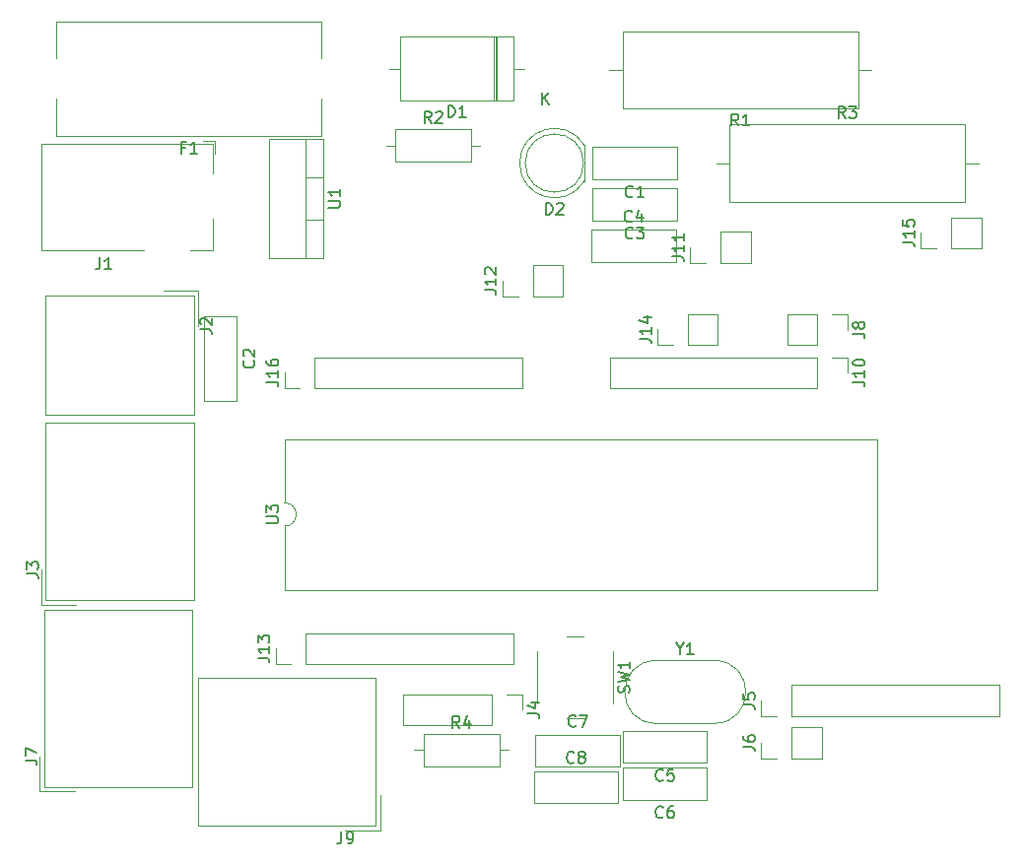
<source format=gto>
G04 #@! TF.GenerationSoftware,KiCad,Pcbnew,(5.1.5)-3*
G04 #@! TF.CreationDate,2020-06-25T00:50:39+02:00*
G04 #@! TF.ProjectId,Distr_PCB,44697374-725f-4504-9342-2e6b69636164,rev?*
G04 #@! TF.SameCoordinates,Original*
G04 #@! TF.FileFunction,Legend,Top*
G04 #@! TF.FilePolarity,Positive*
%FSLAX46Y46*%
G04 Gerber Fmt 4.6, Leading zero omitted, Abs format (unit mm)*
G04 Created by KiCad (PCBNEW (5.1.5)-3) date 2020-06-25 00:50:39*
%MOMM*%
%LPD*%
G04 APERTURE LIST*
%ADD10C,0.120000*%
%ADD11C,0.150000*%
G04 APERTURE END LIST*
D10*
X121535000Y-53995000D02*
X121535000Y-57155000D01*
X121535000Y-60655000D02*
X121535000Y-63815000D01*
X144255000Y-60655000D02*
X144255000Y-63815000D01*
X144255000Y-63815000D02*
X121535000Y-63815000D01*
X144255000Y-53995000D02*
X121535000Y-53995000D01*
X144255000Y-53995000D02*
X144255000Y-57155000D01*
X148965000Y-123125000D02*
X148965000Y-110385000D01*
X148965000Y-110385000D02*
X133725000Y-110385000D01*
X133725000Y-123125000D02*
X133725000Y-110385000D01*
X148965000Y-123125000D02*
X133725000Y-123125000D01*
X148965000Y-123125000D02*
X148965000Y-110385000D01*
X148965000Y-110385000D02*
X133725000Y-110385000D01*
X133725000Y-123125000D02*
X133725000Y-110385000D01*
X148965000Y-123125000D02*
X133725000Y-123125000D01*
X149345000Y-123505000D02*
X146345000Y-123505000D01*
X149345000Y-120505000D02*
X149345000Y-123505000D01*
X159840000Y-77610000D02*
X159840000Y-76280000D01*
X161170000Y-77610000D02*
X159840000Y-77610000D01*
X162440000Y-77610000D02*
X162440000Y-74950000D01*
X162440000Y-74950000D02*
X165040000Y-74950000D01*
X162440000Y-77610000D02*
X165040000Y-77610000D01*
X165040000Y-77610000D02*
X165040000Y-74950000D01*
X174822000Y-67550000D02*
X167582000Y-67550000D01*
X174822000Y-64810000D02*
X167582000Y-64810000D01*
X174822000Y-67550000D02*
X174822000Y-64810000D01*
X167582000Y-67550000D02*
X167582000Y-64810000D01*
X136972000Y-86604000D02*
X134232000Y-86604000D01*
X136972000Y-79364000D02*
X134232000Y-79364000D01*
X134232000Y-79364000D02*
X134232000Y-86604000D01*
X136972000Y-79364000D02*
X136972000Y-86604000D01*
X160792000Y-60772000D02*
X160792000Y-55332000D01*
X160792000Y-55332000D02*
X151052000Y-55332000D01*
X151052000Y-55332000D02*
X151052000Y-60772000D01*
X151052000Y-60772000D02*
X160792000Y-60772000D01*
X161702000Y-58052000D02*
X160792000Y-58052000D01*
X150142000Y-58052000D02*
X151052000Y-58052000D01*
X159247000Y-60772000D02*
X159247000Y-55332000D01*
X159127000Y-60772000D02*
X159127000Y-55332000D01*
X159367000Y-60772000D02*
X159367000Y-55332000D01*
X161314000Y-66179538D02*
G75*
G03X166864000Y-67724830I2990000J-462D01*
G01*
X161314000Y-66180462D02*
G75*
G02X166864000Y-64635170I2990000J462D01*
G01*
X166804000Y-66180000D02*
G75*
G03X166804000Y-66180000I-2500000J0D01*
G01*
X166864000Y-67725000D02*
X166864000Y-64635000D01*
X135130000Y-65350000D02*
X135130000Y-64300000D01*
X134080000Y-64300000D02*
X135130000Y-64300000D01*
X129030000Y-73700000D02*
X120230000Y-73700000D01*
X120230000Y-73700000D02*
X120230000Y-64500000D01*
X134930000Y-71000000D02*
X134930000Y-73700000D01*
X134930000Y-73700000D02*
X133030000Y-73700000D01*
X120230000Y-64500000D02*
X134930000Y-64500000D01*
X134930000Y-64500000D02*
X134930000Y-67100000D01*
X130720000Y-77150000D02*
X133720000Y-77150000D01*
X133720000Y-77150000D02*
X133720000Y-80150000D01*
X133340000Y-77530000D02*
X133340000Y-87770000D01*
X133340000Y-87770000D02*
X120600000Y-87770000D01*
X120600000Y-77530000D02*
X120600000Y-87770000D01*
X133340000Y-77530000D02*
X120600000Y-77530000D01*
X133340000Y-77530000D02*
X133340000Y-87770000D01*
X133340000Y-87770000D02*
X120600000Y-87770000D01*
X120600000Y-77530000D02*
X120600000Y-87770000D01*
X133340000Y-77530000D02*
X120600000Y-77530000D01*
X190390000Y-61500000D02*
X190390000Y-54860000D01*
X190390000Y-54860000D02*
X170150000Y-54860000D01*
X170150000Y-54860000D02*
X170150000Y-61500000D01*
X170150000Y-61500000D02*
X190390000Y-61500000D01*
X191530000Y-58180000D02*
X190390000Y-58180000D01*
X169010000Y-58180000D02*
X170150000Y-58180000D01*
X150620000Y-63286000D02*
X150620000Y-66026000D01*
X150620000Y-66026000D02*
X157160000Y-66026000D01*
X157160000Y-66026000D02*
X157160000Y-63286000D01*
X157160000Y-63286000D02*
X150620000Y-63286000D01*
X149850000Y-64656000D02*
X150620000Y-64656000D01*
X157930000Y-64656000D02*
X157160000Y-64656000D01*
X144460000Y-64108000D02*
X144460000Y-74348000D01*
X139819000Y-64108000D02*
X139819000Y-74348000D01*
X144460000Y-64108000D02*
X139819000Y-64108000D01*
X144460000Y-74348000D02*
X139819000Y-74348000D01*
X142950000Y-64108000D02*
X142950000Y-74348000D01*
X144460000Y-67378000D02*
X142950000Y-67378000D01*
X144460000Y-71079000D02*
X142950000Y-71079000D01*
X174822000Y-71106000D02*
X167582000Y-71106000D01*
X174822000Y-68366000D02*
X167582000Y-68366000D01*
X174822000Y-71106000D02*
X174822000Y-68366000D01*
X167582000Y-71106000D02*
X167582000Y-68366000D01*
X174742000Y-71922000D02*
X174742000Y-74662000D01*
X167502000Y-71922000D02*
X167502000Y-74662000D01*
X167502000Y-74662000D02*
X174742000Y-74662000D01*
X167502000Y-71922000D02*
X174742000Y-71922000D01*
X179330000Y-62860000D02*
X179330000Y-69500000D01*
X179330000Y-69500000D02*
X199570000Y-69500000D01*
X199570000Y-69500000D02*
X199570000Y-62860000D01*
X199570000Y-62860000D02*
X179330000Y-62860000D01*
X178190000Y-66180000D02*
X179330000Y-66180000D01*
X200710000Y-66180000D02*
X199570000Y-66180000D01*
X177415000Y-117700000D02*
X170175000Y-117700000D01*
X177415000Y-114960000D02*
X170175000Y-114960000D01*
X177415000Y-117700000D02*
X177415000Y-114960000D01*
X170175000Y-117700000D02*
X170175000Y-114960000D01*
X170175000Y-120875000D02*
X170175000Y-118135000D01*
X177415000Y-120875000D02*
X177415000Y-118135000D01*
X177415000Y-118135000D02*
X170175000Y-118135000D01*
X177415000Y-120875000D02*
X170175000Y-120875000D01*
X169915000Y-115285000D02*
X169915000Y-118025000D01*
X162675000Y-115285000D02*
X162675000Y-118025000D01*
X162675000Y-118025000D02*
X169915000Y-118025000D01*
X162675000Y-115285000D02*
X169915000Y-115285000D01*
X162525000Y-118435000D02*
X169765000Y-118435000D01*
X162525000Y-121175000D02*
X169765000Y-121175000D01*
X162525000Y-118435000D02*
X162525000Y-121175000D01*
X169765000Y-118435000D02*
X169765000Y-121175000D01*
X120600000Y-103750000D02*
X133340000Y-103750000D01*
X133340000Y-103750000D02*
X133340000Y-88510000D01*
X120600000Y-88510000D02*
X133340000Y-88510000D01*
X120600000Y-103750000D02*
X120600000Y-88510000D01*
X120600000Y-103750000D02*
X133340000Y-103750000D01*
X133340000Y-103750000D02*
X133340000Y-88510000D01*
X120600000Y-88510000D02*
X133340000Y-88510000D01*
X120600000Y-103750000D02*
X120600000Y-88510000D01*
X120220000Y-104130000D02*
X120220000Y-101130000D01*
X123220000Y-104130000D02*
X120220000Y-104130000D01*
X161561000Y-111814000D02*
X161561000Y-113144000D01*
X160231000Y-111814000D02*
X161561000Y-111814000D01*
X158961000Y-111814000D02*
X158961000Y-114474000D01*
X158961000Y-114474000D02*
X151281000Y-114474000D01*
X158961000Y-111814000D02*
X151281000Y-111814000D01*
X151281000Y-111814000D02*
X151281000Y-114474000D01*
X202505000Y-113710000D02*
X202505000Y-111050000D01*
X184665000Y-113710000D02*
X202505000Y-113710000D01*
X184665000Y-111050000D02*
X202505000Y-111050000D01*
X184665000Y-113710000D02*
X184665000Y-111050000D01*
X183395000Y-113710000D02*
X182065000Y-113710000D01*
X182065000Y-113710000D02*
X182065000Y-112380000D01*
X187265000Y-117335000D02*
X187265000Y-114675000D01*
X184665000Y-117335000D02*
X187265000Y-117335000D01*
X184665000Y-114675000D02*
X187265000Y-114675000D01*
X184665000Y-117335000D02*
X184665000Y-114675000D01*
X183395000Y-117335000D02*
X182065000Y-117335000D01*
X182065000Y-117335000D02*
X182065000Y-116005000D01*
X123095000Y-120155000D02*
X120095000Y-120155000D01*
X120095000Y-120155000D02*
X120095000Y-117155000D01*
X120475000Y-119775000D02*
X120475000Y-104535000D01*
X120475000Y-104535000D02*
X133215000Y-104535000D01*
X133215000Y-119775000D02*
X133215000Y-104535000D01*
X120475000Y-119775000D02*
X133215000Y-119775000D01*
X120475000Y-119775000D02*
X120475000Y-104535000D01*
X120475000Y-104535000D02*
X133215000Y-104535000D01*
X133215000Y-119775000D02*
X133215000Y-104535000D01*
X120475000Y-119775000D02*
X133215000Y-119775000D01*
X189500000Y-79175000D02*
X189500000Y-80505000D01*
X188170000Y-79175000D02*
X189500000Y-79175000D01*
X186900000Y-79175000D02*
X186900000Y-81835000D01*
X186900000Y-81835000D02*
X184300000Y-81835000D01*
X186900000Y-79175000D02*
X184300000Y-79175000D01*
X184300000Y-79175000D02*
X184300000Y-81835000D01*
X189501000Y-82858000D02*
X189501000Y-84188000D01*
X188171000Y-82858000D02*
X189501000Y-82858000D01*
X186901000Y-82858000D02*
X186901000Y-85518000D01*
X186901000Y-85518000D02*
X169061000Y-85518000D01*
X186901000Y-82858000D02*
X169061000Y-82858000D01*
X169061000Y-82858000D02*
X169061000Y-85518000D01*
X181169000Y-74735000D02*
X181169000Y-72075000D01*
X178569000Y-74735000D02*
X181169000Y-74735000D01*
X178569000Y-72075000D02*
X181169000Y-72075000D01*
X178569000Y-74735000D02*
X178569000Y-72075000D01*
X177299000Y-74735000D02*
X175969000Y-74735000D01*
X175969000Y-74735000D02*
X175969000Y-73405000D01*
X160805000Y-109235000D02*
X160805000Y-106575000D01*
X142965000Y-109235000D02*
X160805000Y-109235000D01*
X142965000Y-106575000D02*
X160805000Y-106575000D01*
X142965000Y-109235000D02*
X142965000Y-106575000D01*
X141695000Y-109235000D02*
X140365000Y-109235000D01*
X140365000Y-109235000D02*
X140365000Y-107905000D01*
X178350000Y-81810000D02*
X178350000Y-79150000D01*
X175750000Y-81810000D02*
X178350000Y-81810000D01*
X175750000Y-79150000D02*
X178350000Y-79150000D01*
X175750000Y-81810000D02*
X175750000Y-79150000D01*
X174480000Y-81810000D02*
X173150000Y-81810000D01*
X173150000Y-81810000D02*
X173150000Y-80480000D01*
X195769000Y-73501000D02*
X195769000Y-72171000D01*
X197099000Y-73501000D02*
X195769000Y-73501000D01*
X198369000Y-73501000D02*
X198369000Y-70841000D01*
X198369000Y-70841000D02*
X200969000Y-70841000D01*
X198369000Y-73501000D02*
X200969000Y-73501000D01*
X200969000Y-73501000D02*
X200969000Y-70841000D01*
X141121000Y-85518000D02*
X141121000Y-84188000D01*
X142451000Y-85518000D02*
X141121000Y-85518000D01*
X143721000Y-85518000D02*
X143721000Y-82858000D01*
X143721000Y-82858000D02*
X161561000Y-82858000D01*
X143721000Y-85518000D02*
X161561000Y-85518000D01*
X161561000Y-85518000D02*
X161561000Y-82858000D01*
X160355000Y-116630000D02*
X159585000Y-116630000D01*
X152275000Y-116630000D02*
X153045000Y-116630000D01*
X159585000Y-115260000D02*
X153045000Y-115260000D01*
X159585000Y-118000000D02*
X159585000Y-115260000D01*
X153045000Y-118000000D02*
X159585000Y-118000000D01*
X153045000Y-115260000D02*
X153045000Y-118000000D01*
X165320000Y-113855000D02*
X166820000Y-113855000D01*
X169320000Y-112605000D02*
X169320000Y-108105000D01*
X166820000Y-106855000D02*
X165320000Y-106855000D01*
X162820000Y-108105000D02*
X162820000Y-112605000D01*
X141121000Y-89920000D02*
X141121000Y-95380000D01*
X192041000Y-89920000D02*
X141121000Y-89920000D01*
X192041000Y-102840000D02*
X192041000Y-89920000D01*
X141121000Y-102840000D02*
X192041000Y-102840000D01*
X141121000Y-97380000D02*
X141121000Y-102840000D01*
X141121000Y-95380000D02*
G75*
G02X141121000Y-97380000I0J-1000000D01*
G01*
X178045000Y-114330000D02*
G75*
G03X178045000Y-108930000I0J2700000D01*
G01*
X173045000Y-114330000D02*
G75*
G02X173045000Y-108930000I0J2700000D01*
G01*
X173045000Y-114330000D02*
X178045000Y-114330000D01*
X173045000Y-108930000D02*
X178045000Y-108930000D01*
D11*
X132561666Y-64833571D02*
X132228333Y-64833571D01*
X132228333Y-65357380D02*
X132228333Y-64357380D01*
X132704523Y-64357380D01*
X133609285Y-65357380D02*
X133037857Y-65357380D01*
X133323571Y-65357380D02*
X133323571Y-64357380D01*
X133228333Y-64500238D01*
X133133095Y-64595476D01*
X133037857Y-64643095D01*
X146011666Y-123657380D02*
X146011666Y-124371666D01*
X145964047Y-124514523D01*
X145868809Y-124609761D01*
X145725952Y-124657380D01*
X145630714Y-124657380D01*
X146535476Y-124657380D02*
X146725952Y-124657380D01*
X146821190Y-124609761D01*
X146868809Y-124562142D01*
X146964047Y-124419285D01*
X147011666Y-124228809D01*
X147011666Y-123847857D01*
X146964047Y-123752619D01*
X146916428Y-123705000D01*
X146821190Y-123657380D01*
X146630714Y-123657380D01*
X146535476Y-123705000D01*
X146487857Y-123752619D01*
X146440238Y-123847857D01*
X146440238Y-124085952D01*
X146487857Y-124181190D01*
X146535476Y-124228809D01*
X146630714Y-124276428D01*
X146821190Y-124276428D01*
X146916428Y-124228809D01*
X146964047Y-124181190D01*
X147011666Y-124085952D01*
X158292380Y-77089523D02*
X159006666Y-77089523D01*
X159149523Y-77137142D01*
X159244761Y-77232380D01*
X159292380Y-77375238D01*
X159292380Y-77470476D01*
X159292380Y-76089523D02*
X159292380Y-76660952D01*
X159292380Y-76375238D02*
X158292380Y-76375238D01*
X158435238Y-76470476D01*
X158530476Y-76565714D01*
X158578095Y-76660952D01*
X158387619Y-75708571D02*
X158340000Y-75660952D01*
X158292380Y-75565714D01*
X158292380Y-75327619D01*
X158340000Y-75232380D01*
X158387619Y-75184761D01*
X158482857Y-75137142D01*
X158578095Y-75137142D01*
X158720952Y-75184761D01*
X159292380Y-75756190D01*
X159292380Y-75137142D01*
X171035333Y-69037142D02*
X170987714Y-69084761D01*
X170844857Y-69132380D01*
X170749619Y-69132380D01*
X170606761Y-69084761D01*
X170511523Y-68989523D01*
X170463904Y-68894285D01*
X170416285Y-68703809D01*
X170416285Y-68560952D01*
X170463904Y-68370476D01*
X170511523Y-68275238D01*
X170606761Y-68180000D01*
X170749619Y-68132380D01*
X170844857Y-68132380D01*
X170987714Y-68180000D01*
X171035333Y-68227619D01*
X171987714Y-69132380D02*
X171416285Y-69132380D01*
X171702000Y-69132380D02*
X171702000Y-68132380D01*
X171606761Y-68275238D01*
X171511523Y-68370476D01*
X171416285Y-68418095D01*
X138459142Y-83150666D02*
X138506761Y-83198285D01*
X138554380Y-83341142D01*
X138554380Y-83436380D01*
X138506761Y-83579238D01*
X138411523Y-83674476D01*
X138316285Y-83722095D01*
X138125809Y-83769714D01*
X137982952Y-83769714D01*
X137792476Y-83722095D01*
X137697238Y-83674476D01*
X137602000Y-83579238D01*
X137554380Y-83436380D01*
X137554380Y-83341142D01*
X137602000Y-83198285D01*
X137649619Y-83150666D01*
X137649619Y-82769714D02*
X137602000Y-82722095D01*
X137554380Y-82626857D01*
X137554380Y-82388761D01*
X137602000Y-82293523D01*
X137649619Y-82245904D01*
X137744857Y-82198285D01*
X137840095Y-82198285D01*
X137982952Y-82245904D01*
X138554380Y-82817333D01*
X138554380Y-82198285D01*
X155183904Y-62224380D02*
X155183904Y-61224380D01*
X155422000Y-61224380D01*
X155564857Y-61272000D01*
X155660095Y-61367238D01*
X155707714Y-61462476D01*
X155755333Y-61652952D01*
X155755333Y-61795809D01*
X155707714Y-61986285D01*
X155660095Y-62081523D01*
X155564857Y-62176761D01*
X155422000Y-62224380D01*
X155183904Y-62224380D01*
X156707714Y-62224380D02*
X156136285Y-62224380D01*
X156422000Y-62224380D02*
X156422000Y-61224380D01*
X156326761Y-61367238D01*
X156231523Y-61462476D01*
X156136285Y-61510095D01*
X163280095Y-61104380D02*
X163280095Y-60104380D01*
X163851523Y-61104380D02*
X163422952Y-60532952D01*
X163851523Y-60104380D02*
X163280095Y-60675809D01*
X163565904Y-70592380D02*
X163565904Y-69592380D01*
X163804000Y-69592380D01*
X163946857Y-69640000D01*
X164042095Y-69735238D01*
X164089714Y-69830476D01*
X164137333Y-70020952D01*
X164137333Y-70163809D01*
X164089714Y-70354285D01*
X164042095Y-70449523D01*
X163946857Y-70544761D01*
X163804000Y-70592380D01*
X163565904Y-70592380D01*
X164518285Y-69687619D02*
X164565904Y-69640000D01*
X164661142Y-69592380D01*
X164899238Y-69592380D01*
X164994476Y-69640000D01*
X165042095Y-69687619D01*
X165089714Y-69782857D01*
X165089714Y-69878095D01*
X165042095Y-70020952D01*
X164470666Y-70592380D01*
X165089714Y-70592380D01*
X125246666Y-74302380D02*
X125246666Y-75016666D01*
X125199047Y-75159523D01*
X125103809Y-75254761D01*
X124960952Y-75302380D01*
X124865714Y-75302380D01*
X126246666Y-75302380D02*
X125675238Y-75302380D01*
X125960952Y-75302380D02*
X125960952Y-74302380D01*
X125865714Y-74445238D01*
X125770476Y-74540476D01*
X125675238Y-74588095D01*
X133872380Y-80483333D02*
X134586666Y-80483333D01*
X134729523Y-80530952D01*
X134824761Y-80626190D01*
X134872380Y-80769047D01*
X134872380Y-80864285D01*
X133967619Y-80054761D02*
X133920000Y-80007142D01*
X133872380Y-79911904D01*
X133872380Y-79673809D01*
X133920000Y-79578571D01*
X133967619Y-79530952D01*
X134062857Y-79483333D01*
X134158095Y-79483333D01*
X134300952Y-79530952D01*
X134872380Y-80102380D01*
X134872380Y-79483333D01*
X180103333Y-62952380D02*
X179770000Y-62476190D01*
X179531904Y-62952380D02*
X179531904Y-61952380D01*
X179912857Y-61952380D01*
X180008095Y-62000000D01*
X180055714Y-62047619D01*
X180103333Y-62142857D01*
X180103333Y-62285714D01*
X180055714Y-62380952D01*
X180008095Y-62428571D01*
X179912857Y-62476190D01*
X179531904Y-62476190D01*
X181055714Y-62952380D02*
X180484285Y-62952380D01*
X180770000Y-62952380D02*
X180770000Y-61952380D01*
X180674761Y-62095238D01*
X180579523Y-62190476D01*
X180484285Y-62238095D01*
X153723333Y-62738380D02*
X153390000Y-62262190D01*
X153151904Y-62738380D02*
X153151904Y-61738380D01*
X153532857Y-61738380D01*
X153628095Y-61786000D01*
X153675714Y-61833619D01*
X153723333Y-61928857D01*
X153723333Y-62071714D01*
X153675714Y-62166952D01*
X153628095Y-62214571D01*
X153532857Y-62262190D01*
X153151904Y-62262190D01*
X154104285Y-61833619D02*
X154151904Y-61786000D01*
X154247142Y-61738380D01*
X154485238Y-61738380D01*
X154580476Y-61786000D01*
X154628095Y-61833619D01*
X154675714Y-61928857D01*
X154675714Y-62024095D01*
X154628095Y-62166952D01*
X154056666Y-62738380D01*
X154675714Y-62738380D01*
X144912380Y-69989904D02*
X145721904Y-69989904D01*
X145817142Y-69942285D01*
X145864761Y-69894666D01*
X145912380Y-69799428D01*
X145912380Y-69608952D01*
X145864761Y-69513714D01*
X145817142Y-69466095D01*
X145721904Y-69418476D01*
X144912380Y-69418476D01*
X145912380Y-68418476D02*
X145912380Y-68989904D01*
X145912380Y-68704190D02*
X144912380Y-68704190D01*
X145055238Y-68799428D01*
X145150476Y-68894666D01*
X145198095Y-68989904D01*
X171035333Y-72593142D02*
X170987714Y-72640761D01*
X170844857Y-72688380D01*
X170749619Y-72688380D01*
X170606761Y-72640761D01*
X170511523Y-72545523D01*
X170463904Y-72450285D01*
X170416285Y-72259809D01*
X170416285Y-72116952D01*
X170463904Y-71926476D01*
X170511523Y-71831238D01*
X170606761Y-71736000D01*
X170749619Y-71688380D01*
X170844857Y-71688380D01*
X170987714Y-71736000D01*
X171035333Y-71783619D01*
X171368666Y-71688380D02*
X171987714Y-71688380D01*
X171654380Y-72069333D01*
X171797238Y-72069333D01*
X171892476Y-72116952D01*
X171940095Y-72164571D01*
X171987714Y-72259809D01*
X171987714Y-72497904D01*
X171940095Y-72593142D01*
X171892476Y-72640761D01*
X171797238Y-72688380D01*
X171511523Y-72688380D01*
X171416285Y-72640761D01*
X171368666Y-72593142D01*
X170955333Y-71149142D02*
X170907714Y-71196761D01*
X170764857Y-71244380D01*
X170669619Y-71244380D01*
X170526761Y-71196761D01*
X170431523Y-71101523D01*
X170383904Y-71006285D01*
X170336285Y-70815809D01*
X170336285Y-70672952D01*
X170383904Y-70482476D01*
X170431523Y-70387238D01*
X170526761Y-70292000D01*
X170669619Y-70244380D01*
X170764857Y-70244380D01*
X170907714Y-70292000D01*
X170955333Y-70339619D01*
X171812476Y-70577714D02*
X171812476Y-71244380D01*
X171574380Y-70196761D02*
X171336285Y-70911047D01*
X171955333Y-70911047D01*
X189283333Y-62312380D02*
X188950000Y-61836190D01*
X188711904Y-62312380D02*
X188711904Y-61312380D01*
X189092857Y-61312380D01*
X189188095Y-61360000D01*
X189235714Y-61407619D01*
X189283333Y-61502857D01*
X189283333Y-61645714D01*
X189235714Y-61740952D01*
X189188095Y-61788571D01*
X189092857Y-61836190D01*
X188711904Y-61836190D01*
X189616666Y-61312380D02*
X190235714Y-61312380D01*
X189902380Y-61693333D01*
X190045238Y-61693333D01*
X190140476Y-61740952D01*
X190188095Y-61788571D01*
X190235714Y-61883809D01*
X190235714Y-62121904D01*
X190188095Y-62217142D01*
X190140476Y-62264761D01*
X190045238Y-62312380D01*
X189759523Y-62312380D01*
X189664285Y-62264761D01*
X189616666Y-62217142D01*
X173628333Y-119187142D02*
X173580714Y-119234761D01*
X173437857Y-119282380D01*
X173342619Y-119282380D01*
X173199761Y-119234761D01*
X173104523Y-119139523D01*
X173056904Y-119044285D01*
X173009285Y-118853809D01*
X173009285Y-118710952D01*
X173056904Y-118520476D01*
X173104523Y-118425238D01*
X173199761Y-118330000D01*
X173342619Y-118282380D01*
X173437857Y-118282380D01*
X173580714Y-118330000D01*
X173628333Y-118377619D01*
X174533095Y-118282380D02*
X174056904Y-118282380D01*
X174009285Y-118758571D01*
X174056904Y-118710952D01*
X174152142Y-118663333D01*
X174390238Y-118663333D01*
X174485476Y-118710952D01*
X174533095Y-118758571D01*
X174580714Y-118853809D01*
X174580714Y-119091904D01*
X174533095Y-119187142D01*
X174485476Y-119234761D01*
X174390238Y-119282380D01*
X174152142Y-119282380D01*
X174056904Y-119234761D01*
X174009285Y-119187142D01*
X173628333Y-122362142D02*
X173580714Y-122409761D01*
X173437857Y-122457380D01*
X173342619Y-122457380D01*
X173199761Y-122409761D01*
X173104523Y-122314523D01*
X173056904Y-122219285D01*
X173009285Y-122028809D01*
X173009285Y-121885952D01*
X173056904Y-121695476D01*
X173104523Y-121600238D01*
X173199761Y-121505000D01*
X173342619Y-121457380D01*
X173437857Y-121457380D01*
X173580714Y-121505000D01*
X173628333Y-121552619D01*
X174485476Y-121457380D02*
X174295000Y-121457380D01*
X174199761Y-121505000D01*
X174152142Y-121552619D01*
X174056904Y-121695476D01*
X174009285Y-121885952D01*
X174009285Y-122266904D01*
X174056904Y-122362142D01*
X174104523Y-122409761D01*
X174199761Y-122457380D01*
X174390238Y-122457380D01*
X174485476Y-122409761D01*
X174533095Y-122362142D01*
X174580714Y-122266904D01*
X174580714Y-122028809D01*
X174533095Y-121933571D01*
X174485476Y-121885952D01*
X174390238Y-121838333D01*
X174199761Y-121838333D01*
X174104523Y-121885952D01*
X174056904Y-121933571D01*
X174009285Y-122028809D01*
X166128333Y-114512142D02*
X166080714Y-114559761D01*
X165937857Y-114607380D01*
X165842619Y-114607380D01*
X165699761Y-114559761D01*
X165604523Y-114464523D01*
X165556904Y-114369285D01*
X165509285Y-114178809D01*
X165509285Y-114035952D01*
X165556904Y-113845476D01*
X165604523Y-113750238D01*
X165699761Y-113655000D01*
X165842619Y-113607380D01*
X165937857Y-113607380D01*
X166080714Y-113655000D01*
X166128333Y-113702619D01*
X166461666Y-113607380D02*
X167128333Y-113607380D01*
X166699761Y-114607380D01*
X165978333Y-117662142D02*
X165930714Y-117709761D01*
X165787857Y-117757380D01*
X165692619Y-117757380D01*
X165549761Y-117709761D01*
X165454523Y-117614523D01*
X165406904Y-117519285D01*
X165359285Y-117328809D01*
X165359285Y-117185952D01*
X165406904Y-116995476D01*
X165454523Y-116900238D01*
X165549761Y-116805000D01*
X165692619Y-116757380D01*
X165787857Y-116757380D01*
X165930714Y-116805000D01*
X165978333Y-116852619D01*
X166549761Y-117185952D02*
X166454523Y-117138333D01*
X166406904Y-117090714D01*
X166359285Y-116995476D01*
X166359285Y-116947857D01*
X166406904Y-116852619D01*
X166454523Y-116805000D01*
X166549761Y-116757380D01*
X166740238Y-116757380D01*
X166835476Y-116805000D01*
X166883095Y-116852619D01*
X166930714Y-116947857D01*
X166930714Y-116995476D01*
X166883095Y-117090714D01*
X166835476Y-117138333D01*
X166740238Y-117185952D01*
X166549761Y-117185952D01*
X166454523Y-117233571D01*
X166406904Y-117281190D01*
X166359285Y-117376428D01*
X166359285Y-117566904D01*
X166406904Y-117662142D01*
X166454523Y-117709761D01*
X166549761Y-117757380D01*
X166740238Y-117757380D01*
X166835476Y-117709761D01*
X166883095Y-117662142D01*
X166930714Y-117566904D01*
X166930714Y-117376428D01*
X166883095Y-117281190D01*
X166835476Y-117233571D01*
X166740238Y-117185952D01*
X118972380Y-101463333D02*
X119686666Y-101463333D01*
X119829523Y-101510952D01*
X119924761Y-101606190D01*
X119972380Y-101749047D01*
X119972380Y-101844285D01*
X118972380Y-101082380D02*
X118972380Y-100463333D01*
X119353333Y-100796666D01*
X119353333Y-100653809D01*
X119400952Y-100558571D01*
X119448571Y-100510952D01*
X119543809Y-100463333D01*
X119781904Y-100463333D01*
X119877142Y-100510952D01*
X119924761Y-100558571D01*
X119972380Y-100653809D01*
X119972380Y-100939523D01*
X119924761Y-101034761D01*
X119877142Y-101082380D01*
X162013380Y-113477333D02*
X162727666Y-113477333D01*
X162870523Y-113524952D01*
X162965761Y-113620190D01*
X163013380Y-113763047D01*
X163013380Y-113858285D01*
X162346714Y-112572571D02*
X163013380Y-112572571D01*
X161965761Y-112810666D02*
X162680047Y-113048761D01*
X162680047Y-112429714D01*
X180517380Y-112713333D02*
X181231666Y-112713333D01*
X181374523Y-112760952D01*
X181469761Y-112856190D01*
X181517380Y-112999047D01*
X181517380Y-113094285D01*
X180517380Y-111760952D02*
X180517380Y-112237142D01*
X180993571Y-112284761D01*
X180945952Y-112237142D01*
X180898333Y-112141904D01*
X180898333Y-111903809D01*
X180945952Y-111808571D01*
X180993571Y-111760952D01*
X181088809Y-111713333D01*
X181326904Y-111713333D01*
X181422142Y-111760952D01*
X181469761Y-111808571D01*
X181517380Y-111903809D01*
X181517380Y-112141904D01*
X181469761Y-112237142D01*
X181422142Y-112284761D01*
X180517380Y-116338333D02*
X181231666Y-116338333D01*
X181374523Y-116385952D01*
X181469761Y-116481190D01*
X181517380Y-116624047D01*
X181517380Y-116719285D01*
X180517380Y-115433571D02*
X180517380Y-115624047D01*
X180565000Y-115719285D01*
X180612619Y-115766904D01*
X180755476Y-115862142D01*
X180945952Y-115909761D01*
X181326904Y-115909761D01*
X181422142Y-115862142D01*
X181469761Y-115814523D01*
X181517380Y-115719285D01*
X181517380Y-115528809D01*
X181469761Y-115433571D01*
X181422142Y-115385952D01*
X181326904Y-115338333D01*
X181088809Y-115338333D01*
X180993571Y-115385952D01*
X180945952Y-115433571D01*
X180898333Y-115528809D01*
X180898333Y-115719285D01*
X180945952Y-115814523D01*
X180993571Y-115862142D01*
X181088809Y-115909761D01*
X118847380Y-117488333D02*
X119561666Y-117488333D01*
X119704523Y-117535952D01*
X119799761Y-117631190D01*
X119847380Y-117774047D01*
X119847380Y-117869285D01*
X118847380Y-117107380D02*
X118847380Y-116440714D01*
X119847380Y-116869285D01*
X189952380Y-80838333D02*
X190666666Y-80838333D01*
X190809523Y-80885952D01*
X190904761Y-80981190D01*
X190952380Y-81124047D01*
X190952380Y-81219285D01*
X190380952Y-80219285D02*
X190333333Y-80314523D01*
X190285714Y-80362142D01*
X190190476Y-80409761D01*
X190142857Y-80409761D01*
X190047619Y-80362142D01*
X190000000Y-80314523D01*
X189952380Y-80219285D01*
X189952380Y-80028809D01*
X190000000Y-79933571D01*
X190047619Y-79885952D01*
X190142857Y-79838333D01*
X190190476Y-79838333D01*
X190285714Y-79885952D01*
X190333333Y-79933571D01*
X190380952Y-80028809D01*
X190380952Y-80219285D01*
X190428571Y-80314523D01*
X190476190Y-80362142D01*
X190571428Y-80409761D01*
X190761904Y-80409761D01*
X190857142Y-80362142D01*
X190904761Y-80314523D01*
X190952380Y-80219285D01*
X190952380Y-80028809D01*
X190904761Y-79933571D01*
X190857142Y-79885952D01*
X190761904Y-79838333D01*
X190571428Y-79838333D01*
X190476190Y-79885952D01*
X190428571Y-79933571D01*
X190380952Y-80028809D01*
X189953380Y-84997523D02*
X190667666Y-84997523D01*
X190810523Y-85045142D01*
X190905761Y-85140380D01*
X190953380Y-85283238D01*
X190953380Y-85378476D01*
X190953380Y-83997523D02*
X190953380Y-84568952D01*
X190953380Y-84283238D02*
X189953380Y-84283238D01*
X190096238Y-84378476D01*
X190191476Y-84473714D01*
X190239095Y-84568952D01*
X189953380Y-83378476D02*
X189953380Y-83283238D01*
X190001000Y-83188000D01*
X190048619Y-83140380D01*
X190143857Y-83092761D01*
X190334333Y-83045142D01*
X190572428Y-83045142D01*
X190762904Y-83092761D01*
X190858142Y-83140380D01*
X190905761Y-83188000D01*
X190953380Y-83283238D01*
X190953380Y-83378476D01*
X190905761Y-83473714D01*
X190858142Y-83521333D01*
X190762904Y-83568952D01*
X190572428Y-83616571D01*
X190334333Y-83616571D01*
X190143857Y-83568952D01*
X190048619Y-83521333D01*
X190001000Y-83473714D01*
X189953380Y-83378476D01*
X174421380Y-74214523D02*
X175135666Y-74214523D01*
X175278523Y-74262142D01*
X175373761Y-74357380D01*
X175421380Y-74500238D01*
X175421380Y-74595476D01*
X175421380Y-73214523D02*
X175421380Y-73785952D01*
X175421380Y-73500238D02*
X174421380Y-73500238D01*
X174564238Y-73595476D01*
X174659476Y-73690714D01*
X174707095Y-73785952D01*
X175421380Y-72262142D02*
X175421380Y-72833571D01*
X175421380Y-72547857D02*
X174421380Y-72547857D01*
X174564238Y-72643095D01*
X174659476Y-72738333D01*
X174707095Y-72833571D01*
X138817380Y-108714523D02*
X139531666Y-108714523D01*
X139674523Y-108762142D01*
X139769761Y-108857380D01*
X139817380Y-109000238D01*
X139817380Y-109095476D01*
X139817380Y-107714523D02*
X139817380Y-108285952D01*
X139817380Y-108000238D02*
X138817380Y-108000238D01*
X138960238Y-108095476D01*
X139055476Y-108190714D01*
X139103095Y-108285952D01*
X138817380Y-107381190D02*
X138817380Y-106762142D01*
X139198333Y-107095476D01*
X139198333Y-106952619D01*
X139245952Y-106857380D01*
X139293571Y-106809761D01*
X139388809Y-106762142D01*
X139626904Y-106762142D01*
X139722142Y-106809761D01*
X139769761Y-106857380D01*
X139817380Y-106952619D01*
X139817380Y-107238333D01*
X139769761Y-107333571D01*
X139722142Y-107381190D01*
X171602380Y-81289523D02*
X172316666Y-81289523D01*
X172459523Y-81337142D01*
X172554761Y-81432380D01*
X172602380Y-81575238D01*
X172602380Y-81670476D01*
X172602380Y-80289523D02*
X172602380Y-80860952D01*
X172602380Y-80575238D02*
X171602380Y-80575238D01*
X171745238Y-80670476D01*
X171840476Y-80765714D01*
X171888095Y-80860952D01*
X171935714Y-79432380D02*
X172602380Y-79432380D01*
X171554761Y-79670476D02*
X172269047Y-79908571D01*
X172269047Y-79289523D01*
X194221380Y-72980523D02*
X194935666Y-72980523D01*
X195078523Y-73028142D01*
X195173761Y-73123380D01*
X195221380Y-73266238D01*
X195221380Y-73361476D01*
X195221380Y-71980523D02*
X195221380Y-72551952D01*
X195221380Y-72266238D02*
X194221380Y-72266238D01*
X194364238Y-72361476D01*
X194459476Y-72456714D01*
X194507095Y-72551952D01*
X194221380Y-71075761D02*
X194221380Y-71551952D01*
X194697571Y-71599571D01*
X194649952Y-71551952D01*
X194602333Y-71456714D01*
X194602333Y-71218619D01*
X194649952Y-71123380D01*
X194697571Y-71075761D01*
X194792809Y-71028142D01*
X195030904Y-71028142D01*
X195126142Y-71075761D01*
X195173761Y-71123380D01*
X195221380Y-71218619D01*
X195221380Y-71456714D01*
X195173761Y-71551952D01*
X195126142Y-71599571D01*
X139573380Y-84997523D02*
X140287666Y-84997523D01*
X140430523Y-85045142D01*
X140525761Y-85140380D01*
X140573380Y-85283238D01*
X140573380Y-85378476D01*
X140573380Y-83997523D02*
X140573380Y-84568952D01*
X140573380Y-84283238D02*
X139573380Y-84283238D01*
X139716238Y-84378476D01*
X139811476Y-84473714D01*
X139859095Y-84568952D01*
X139573380Y-83140380D02*
X139573380Y-83330857D01*
X139621000Y-83426095D01*
X139668619Y-83473714D01*
X139811476Y-83568952D01*
X140001952Y-83616571D01*
X140382904Y-83616571D01*
X140478142Y-83568952D01*
X140525761Y-83521333D01*
X140573380Y-83426095D01*
X140573380Y-83235619D01*
X140525761Y-83140380D01*
X140478142Y-83092761D01*
X140382904Y-83045142D01*
X140144809Y-83045142D01*
X140049571Y-83092761D01*
X140001952Y-83140380D01*
X139954333Y-83235619D01*
X139954333Y-83426095D01*
X140001952Y-83521333D01*
X140049571Y-83568952D01*
X140144809Y-83616571D01*
X156148333Y-114712380D02*
X155815000Y-114236190D01*
X155576904Y-114712380D02*
X155576904Y-113712380D01*
X155957857Y-113712380D01*
X156053095Y-113760000D01*
X156100714Y-113807619D01*
X156148333Y-113902857D01*
X156148333Y-114045714D01*
X156100714Y-114140952D01*
X156053095Y-114188571D01*
X155957857Y-114236190D01*
X155576904Y-114236190D01*
X157005476Y-114045714D02*
X157005476Y-114712380D01*
X156767380Y-113664761D02*
X156529285Y-114379047D01*
X157148333Y-114379047D01*
X170724761Y-111688333D02*
X170772380Y-111545476D01*
X170772380Y-111307380D01*
X170724761Y-111212142D01*
X170677142Y-111164523D01*
X170581904Y-111116904D01*
X170486666Y-111116904D01*
X170391428Y-111164523D01*
X170343809Y-111212142D01*
X170296190Y-111307380D01*
X170248571Y-111497857D01*
X170200952Y-111593095D01*
X170153333Y-111640714D01*
X170058095Y-111688333D01*
X169962857Y-111688333D01*
X169867619Y-111640714D01*
X169820000Y-111593095D01*
X169772380Y-111497857D01*
X169772380Y-111259761D01*
X169820000Y-111116904D01*
X169772380Y-110783571D02*
X170772380Y-110545476D01*
X170058095Y-110355000D01*
X170772380Y-110164523D01*
X169772380Y-109926428D01*
X170772380Y-109021666D02*
X170772380Y-109593095D01*
X170772380Y-109307380D02*
X169772380Y-109307380D01*
X169915238Y-109402619D01*
X170010476Y-109497857D01*
X170058095Y-109593095D01*
X139573380Y-97141904D02*
X140382904Y-97141904D01*
X140478142Y-97094285D01*
X140525761Y-97046666D01*
X140573380Y-96951428D01*
X140573380Y-96760952D01*
X140525761Y-96665714D01*
X140478142Y-96618095D01*
X140382904Y-96570476D01*
X139573380Y-96570476D01*
X139573380Y-96189523D02*
X139573380Y-95570476D01*
X139954333Y-95903809D01*
X139954333Y-95760952D01*
X140001952Y-95665714D01*
X140049571Y-95618095D01*
X140144809Y-95570476D01*
X140382904Y-95570476D01*
X140478142Y-95618095D01*
X140525761Y-95665714D01*
X140573380Y-95760952D01*
X140573380Y-96046666D01*
X140525761Y-96141904D01*
X140478142Y-96189523D01*
X175068809Y-107906190D02*
X175068809Y-108382380D01*
X174735476Y-107382380D02*
X175068809Y-107906190D01*
X175402142Y-107382380D01*
X176259285Y-108382380D02*
X175687857Y-108382380D01*
X175973571Y-108382380D02*
X175973571Y-107382380D01*
X175878333Y-107525238D01*
X175783095Y-107620476D01*
X175687857Y-107668095D01*
M02*

</source>
